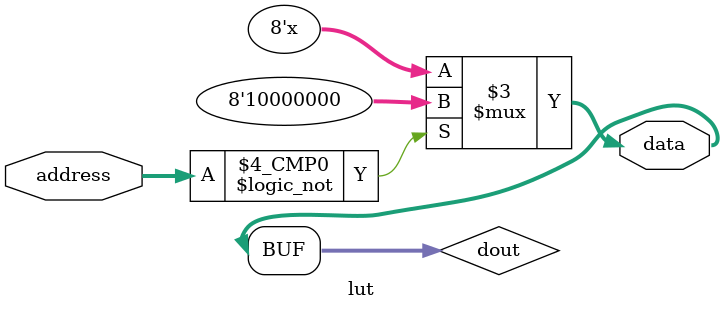
<source format=v>
`timescale 1ns/1ns
module lut(input [2:0] address, output [7:0]data);
    reg [7:0] dout;
    always @(address) begin
        case (address)
            0: dout = 8'h80;
            0: dout = 8'h13;
            0: dout = 8'h08;
            0: dout = 8'h04;
            0: dout = 8'h02;
            0: dout = 8'h01;
            0: dout = 8'h01;
            0: dout = 8'h01;
        endcase
    end
    assign data = dout;
endmodule
</source>
